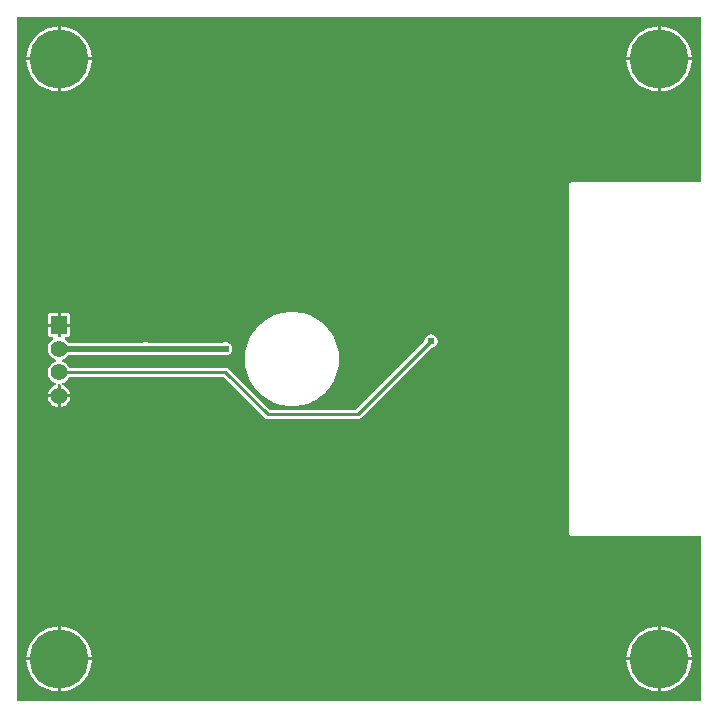
<source format=gbl>
G04 Layer: BottomLayer*
G04 EasyEDA v6.5.34, 2023-09-07 21:51:12*
G04 4e1002d8ee0c4305b874fa033b0cf6ff,5a6b42c53f6a479593ecc07194224c93,10*
G04 Gerber Generator version 0.2*
G04 Scale: 100 percent, Rotated: No, Reflected: No *
G04 Dimensions in millimeters *
G04 leading zeros omitted , absolute positions ,4 integer and 5 decimal *
%FSLAX45Y45*%
%MOMM*%

%AMMACRO1*21,1,$1,$2,0,0,$3*%
%ADD10C,0.5000*%
%ADD11C,0.2540*%
%ADD12C,1.4000*%
%ADD13MACRO1,1.524X1.4X-90.0000*%
%ADD14C,5.0000*%
%ADD15C,0.6096*%
%ADD16C,0.0141*%

%LPD*%
G36*
X5805932Y25908D02*
G01*
X36068Y26416D01*
X32156Y27178D01*
X28905Y29362D01*
X26670Y32664D01*
X25908Y36576D01*
X25908Y5805932D01*
X26670Y5809843D01*
X28905Y5813094D01*
X32156Y5815330D01*
X36068Y5816092D01*
X5805932Y5816092D01*
X5809843Y5815330D01*
X5813094Y5813094D01*
X5815330Y5809843D01*
X5816092Y5805932D01*
X5816092Y4430268D01*
X5815330Y4426356D01*
X5813094Y4423054D01*
X5809792Y4420870D01*
X5805932Y4420108D01*
X4725009Y4420108D01*
X4718507Y4419295D01*
X4712970Y4417212D01*
X4707839Y4413656D01*
X4704791Y4410608D01*
X4702149Y4407052D01*
X4699660Y4401515D01*
X4698492Y4394047D01*
X4698492Y1448409D01*
X4699254Y1441907D01*
X4701387Y1436370D01*
X4704892Y1431239D01*
X4707940Y1428191D01*
X4711547Y1425549D01*
X4717084Y1423060D01*
X4724552Y1421892D01*
X5805932Y1421892D01*
X5809792Y1421130D01*
X5813094Y1418894D01*
X5815330Y1415592D01*
X5816092Y1411732D01*
X5816092Y36068D01*
X5815330Y32207D01*
X5813094Y28905D01*
X5809843Y26670D01*
G37*

%LPC*%
G36*
X105410Y5473700D02*
G01*
X368300Y5473700D01*
X368300Y5736386D01*
X352145Y5735370D01*
X329285Y5732018D01*
X306781Y5726734D01*
X284835Y5719572D01*
X263499Y5710631D01*
X243027Y5699912D01*
X223520Y5687568D01*
X205130Y5673598D01*
X187960Y5658104D01*
X172161Y5641289D01*
X157784Y5623153D01*
X144983Y5603900D01*
X133858Y5583682D01*
X124460Y5562549D01*
X116890Y5540756D01*
X111150Y5518353D01*
X107289Y5495594D01*
G37*
G36*
X393700Y105562D02*
G01*
X398322Y105664D01*
X421284Y108051D01*
X443992Y112369D01*
X466242Y118618D01*
X487934Y126644D01*
X508812Y136499D01*
X528828Y148031D01*
X547827Y161239D01*
X565607Y175971D01*
X582117Y192125D01*
X597204Y209600D01*
X610819Y228295D01*
X622757Y248107D01*
X633018Y268782D01*
X641553Y290271D01*
X648208Y312369D01*
X653034Y334975D01*
X655929Y357936D01*
X656336Y368300D01*
X393700Y368300D01*
G37*
G36*
X5448300Y105613D02*
G01*
X5448300Y368300D01*
X5185410Y368300D01*
X5187289Y346405D01*
X5191150Y323646D01*
X5196890Y301244D01*
X5204460Y279450D01*
X5213858Y258317D01*
X5224983Y238099D01*
X5237784Y218846D01*
X5252161Y200710D01*
X5267960Y183896D01*
X5285130Y168402D01*
X5303520Y154432D01*
X5323027Y142087D01*
X5343499Y131368D01*
X5364835Y122428D01*
X5386781Y115265D01*
X5409285Y109982D01*
X5432145Y106629D01*
G37*
G36*
X368300Y105613D02*
G01*
X368300Y368300D01*
X105410Y368300D01*
X107289Y346405D01*
X111150Y323646D01*
X116890Y301244D01*
X124460Y279450D01*
X133858Y258317D01*
X144983Y238099D01*
X157784Y218846D01*
X172161Y200710D01*
X187960Y183896D01*
X205130Y168402D01*
X223520Y154432D01*
X243027Y142087D01*
X263499Y131368D01*
X284835Y122428D01*
X306781Y115265D01*
X329285Y109982D01*
X352145Y106629D01*
G37*
G36*
X5473700Y393700D02*
G01*
X5736336Y393700D01*
X5735929Y404063D01*
X5733034Y427024D01*
X5728208Y449630D01*
X5721553Y471728D01*
X5713018Y493217D01*
X5702757Y513892D01*
X5690819Y533704D01*
X5677204Y552348D01*
X5662117Y569874D01*
X5645607Y586028D01*
X5627827Y600760D01*
X5608828Y613968D01*
X5588812Y625500D01*
X5567934Y635355D01*
X5546242Y643382D01*
X5523992Y649630D01*
X5501284Y653948D01*
X5478322Y656336D01*
X5473700Y656437D01*
G37*
G36*
X393700Y393700D02*
G01*
X656336Y393700D01*
X655929Y404063D01*
X653034Y427024D01*
X648208Y449630D01*
X641553Y471728D01*
X633018Y493217D01*
X622757Y513892D01*
X610819Y533704D01*
X597204Y552348D01*
X582117Y569874D01*
X565607Y586028D01*
X547827Y600760D01*
X528828Y613968D01*
X508812Y625500D01*
X487934Y635355D01*
X466242Y643382D01*
X443992Y649630D01*
X421284Y653948D01*
X398322Y656336D01*
X393700Y656437D01*
G37*
G36*
X5185410Y393700D02*
G01*
X5448300Y393700D01*
X5448300Y656386D01*
X5432145Y655370D01*
X5409285Y652018D01*
X5386781Y646734D01*
X5364835Y639572D01*
X5343499Y630631D01*
X5323027Y619912D01*
X5303520Y607568D01*
X5285130Y593598D01*
X5267960Y578104D01*
X5252161Y561289D01*
X5237784Y543153D01*
X5224983Y523900D01*
X5213858Y503682D01*
X5204460Y482549D01*
X5196890Y460756D01*
X5191150Y438353D01*
X5187289Y415594D01*
G37*
G36*
X105410Y393700D02*
G01*
X368300Y393700D01*
X368300Y656386D01*
X352145Y655370D01*
X329285Y652018D01*
X306781Y646734D01*
X284835Y639572D01*
X263499Y630631D01*
X243027Y619912D01*
X223520Y607568D01*
X205130Y593598D01*
X187960Y578104D01*
X172161Y561289D01*
X157784Y543153D01*
X144983Y523900D01*
X133858Y503682D01*
X124460Y482549D01*
X116890Y460756D01*
X111150Y438353D01*
X107289Y415594D01*
G37*
G36*
X2146808Y2412492D02*
G01*
X2907792Y2412492D01*
X2915818Y2413254D01*
X2923032Y2415489D01*
X2929737Y2419045D01*
X2935935Y2424125D01*
X3526078Y3014268D01*
X3528974Y3016300D01*
X3532378Y3017215D01*
X3540353Y3017926D01*
X3549853Y3020466D01*
X3558743Y3024581D01*
X3566820Y3030220D01*
X3573779Y3037179D01*
X3579368Y3045206D01*
X3583533Y3054146D01*
X3586073Y3063595D01*
X3586937Y3073400D01*
X3586073Y3083204D01*
X3583533Y3092653D01*
X3579368Y3101594D01*
X3573779Y3109620D01*
X3566820Y3116580D01*
X3558743Y3122218D01*
X3549853Y3126333D01*
X3540353Y3128873D01*
X3530600Y3129737D01*
X3520795Y3128873D01*
X3511296Y3126333D01*
X3502406Y3122218D01*
X3494379Y3116580D01*
X3487420Y3109620D01*
X3481781Y3101594D01*
X3477666Y3092653D01*
X3475075Y3083204D01*
X3474415Y3075178D01*
X3473500Y3071774D01*
X3471468Y3068878D01*
X2895295Y2492654D01*
X2891993Y2490470D01*
X2888081Y2489708D01*
X2166518Y2489708D01*
X2162606Y2490470D01*
X2159304Y2492654D01*
X1816760Y2835249D01*
X1810512Y2840380D01*
X1803857Y2843936D01*
X1796592Y2846120D01*
X1788617Y2846882D01*
X475183Y2846882D01*
X471779Y2847492D01*
X468782Y2849168D01*
X466496Y2851810D01*
X459333Y2863596D01*
X451053Y2873756D01*
X441502Y2882696D01*
X430834Y2890215D01*
X419201Y2896260D01*
X412242Y2898698D01*
X408686Y2900883D01*
X406298Y2904236D01*
X405485Y2908300D01*
X406298Y2912364D01*
X408686Y2915716D01*
X412242Y2917850D01*
X419201Y2920339D01*
X430834Y2926384D01*
X441502Y2933903D01*
X451053Y2942844D01*
X459841Y2953613D01*
X463346Y2956407D01*
X467715Y2957372D01*
X1086866Y2957372D01*
X1091133Y2956458D01*
X1093470Y2955340D01*
X1102969Y2952800D01*
X1112774Y2951937D01*
X1122527Y2952800D01*
X1132027Y2955340D01*
X1134364Y2956458D01*
X1138682Y2957372D01*
X1764792Y2957372D01*
X1769110Y2956458D01*
X1771446Y2955340D01*
X1780895Y2952800D01*
X1790700Y2951937D01*
X1800504Y2952800D01*
X1809953Y2955340D01*
X1818893Y2959506D01*
X1826920Y2965145D01*
X1833880Y2972054D01*
X1839518Y2980131D01*
X1843633Y2989021D01*
X1846173Y2998520D01*
X1847037Y3008274D01*
X1846173Y3018078D01*
X1843633Y3027578D01*
X1839518Y3036468D01*
X1833880Y3044494D01*
X1826920Y3051454D01*
X1818893Y3057093D01*
X1809953Y3061258D01*
X1800504Y3063798D01*
X1790700Y3064662D01*
X1780895Y3063798D01*
X1771446Y3061258D01*
X1769110Y3060141D01*
X1764792Y3059226D01*
X1138682Y3059226D01*
X1134364Y3060141D01*
X1132027Y3061258D01*
X1122527Y3063798D01*
X1112774Y3064662D01*
X1102969Y3063798D01*
X1093470Y3061258D01*
X1091133Y3060141D01*
X1086866Y3059226D01*
X467715Y3059226D01*
X463346Y3060192D01*
X459841Y3062935D01*
X451053Y3073755D01*
X441502Y3082696D01*
X434340Y3087725D01*
X431495Y3090824D01*
X430123Y3094888D01*
X430530Y3099104D01*
X432612Y3102813D01*
X436067Y3105302D01*
X440232Y3106166D01*
X450443Y3106166D01*
X456742Y3106877D01*
X462229Y3108807D01*
X467106Y3111906D01*
X471220Y3115970D01*
X474268Y3120898D01*
X476199Y3126333D01*
X476910Y3132683D01*
X476910Y3195574D01*
X393700Y3195574D01*
X393700Y3114192D01*
X392938Y3110280D01*
X390702Y3107029D01*
X387451Y3104794D01*
X383540Y3104032D01*
X378460Y3104032D01*
X374548Y3104794D01*
X371297Y3107029D01*
X369062Y3110280D01*
X368300Y3114192D01*
X368300Y3195574D01*
X285089Y3195574D01*
X285089Y3132683D01*
X285800Y3126333D01*
X287731Y3120898D01*
X290779Y3115970D01*
X294894Y3111906D01*
X299770Y3108807D01*
X305257Y3106877D01*
X311556Y3106166D01*
X321767Y3106166D01*
X325932Y3105302D01*
X329387Y3102813D01*
X331470Y3099104D01*
X331876Y3094888D01*
X330504Y3090824D01*
X327660Y3087725D01*
X320497Y3082696D01*
X310946Y3073755D01*
X302666Y3063595D01*
X295859Y3052419D01*
X290677Y3040380D01*
X287121Y3027781D01*
X285343Y3014827D01*
X285343Y3001772D01*
X287121Y2988767D01*
X290677Y2976168D01*
X295859Y2964180D01*
X302666Y2953004D01*
X310946Y2942844D01*
X320497Y2933903D01*
X331165Y2926384D01*
X342798Y2920339D01*
X349758Y2917850D01*
X353314Y2915716D01*
X355701Y2912364D01*
X356514Y2908300D01*
X355701Y2904236D01*
X353314Y2900883D01*
X349758Y2898698D01*
X342798Y2896260D01*
X331165Y2890215D01*
X320497Y2882696D01*
X310946Y2873756D01*
X302666Y2863596D01*
X295859Y2852420D01*
X290677Y2840380D01*
X287121Y2827782D01*
X285343Y2814828D01*
X285343Y2801772D01*
X287121Y2788767D01*
X290677Y2776169D01*
X295859Y2764180D01*
X302666Y2753004D01*
X310946Y2742844D01*
X320497Y2733903D01*
X331165Y2726385D01*
X342798Y2720340D01*
X349758Y2717850D01*
X353314Y2715717D01*
X355701Y2712364D01*
X356514Y2708300D01*
X355701Y2704236D01*
X353314Y2700883D01*
X349758Y2698699D01*
X342798Y2696260D01*
X331165Y2690215D01*
X320497Y2682697D01*
X310946Y2673756D01*
X302666Y2663596D01*
X295859Y2652420D01*
X290677Y2640380D01*
X287121Y2627782D01*
X286207Y2620975D01*
X368300Y2620975D01*
X368300Y2702407D01*
X369062Y2706268D01*
X371297Y2709570D01*
X374548Y2711805D01*
X378460Y2712567D01*
X383540Y2712567D01*
X387451Y2711805D01*
X390702Y2709570D01*
X392938Y2706268D01*
X393700Y2702407D01*
X393700Y2620975D01*
X475792Y2620975D01*
X474878Y2627782D01*
X471373Y2640380D01*
X466140Y2652420D01*
X459333Y2663596D01*
X451053Y2673756D01*
X441502Y2682697D01*
X430834Y2690215D01*
X419201Y2696260D01*
X412242Y2698699D01*
X408686Y2700883D01*
X406298Y2704236D01*
X405485Y2708300D01*
X406298Y2712364D01*
X408686Y2715717D01*
X412242Y2717850D01*
X419201Y2720340D01*
X430834Y2726385D01*
X441502Y2733903D01*
X451053Y2742844D01*
X459333Y2753004D01*
X466496Y2764790D01*
X468782Y2767431D01*
X471779Y2769108D01*
X475183Y2769666D01*
X1768906Y2769666D01*
X1772767Y2768904D01*
X1776069Y2766720D01*
X2118664Y2424125D01*
X2124862Y2419045D01*
X2131517Y2415489D01*
X2138781Y2413254D01*
G37*
G36*
X5185410Y5473700D02*
G01*
X5448300Y5473700D01*
X5448300Y5736386D01*
X5432145Y5735370D01*
X5409285Y5732018D01*
X5386781Y5726734D01*
X5364835Y5719572D01*
X5343499Y5710631D01*
X5323027Y5699912D01*
X5303520Y5687568D01*
X5285130Y5673598D01*
X5267960Y5658104D01*
X5252161Y5641289D01*
X5237784Y5623153D01*
X5224983Y5603900D01*
X5213858Y5583682D01*
X5204460Y5562549D01*
X5196890Y5540756D01*
X5191150Y5518353D01*
X5187289Y5495594D01*
G37*
G36*
X393700Y2513279D02*
G01*
X406857Y2515971D01*
X419201Y2520340D01*
X430834Y2526385D01*
X441502Y2533904D01*
X451053Y2542844D01*
X459333Y2553004D01*
X466140Y2564180D01*
X471373Y2576169D01*
X474878Y2588768D01*
X475792Y2595575D01*
X393700Y2595575D01*
G37*
G36*
X368300Y2513279D02*
G01*
X368300Y2595575D01*
X286207Y2595575D01*
X287121Y2588768D01*
X290677Y2576169D01*
X295859Y2564180D01*
X302666Y2553004D01*
X310946Y2542844D01*
X320497Y2533904D01*
X331165Y2526385D01*
X342798Y2520340D01*
X355142Y2515971D01*
G37*
G36*
X2340000Y2522626D02*
G01*
X2367788Y2522626D01*
X2395575Y2524556D01*
X2423109Y2528468D01*
X2450338Y2534208D01*
X2477058Y2541879D01*
X2503220Y2551430D01*
X2528620Y2562758D01*
X2553208Y2575814D01*
X2576779Y2590546D01*
X2599283Y2606903D01*
X2620619Y2624785D01*
X2640634Y2644089D01*
X2659227Y2664764D01*
X2676347Y2686710D01*
X2691942Y2709773D01*
X2705862Y2733852D01*
X2718054Y2758846D01*
X2728468Y2784652D01*
X2737053Y2811119D01*
X2743809Y2838145D01*
X2748635Y2865526D01*
X2751531Y2893212D01*
X2752496Y2921000D01*
X2751531Y2948787D01*
X2748635Y2976473D01*
X2743809Y3003854D01*
X2737053Y3030880D01*
X2728468Y3057347D01*
X2718054Y3083102D01*
X2705862Y3108147D01*
X2691942Y3132226D01*
X2676347Y3155289D01*
X2659227Y3177235D01*
X2640634Y3197910D01*
X2620619Y3217214D01*
X2599283Y3235096D01*
X2576779Y3251453D01*
X2553208Y3266186D01*
X2528620Y3279241D01*
X2503220Y3290570D01*
X2477058Y3300069D01*
X2450338Y3307740D01*
X2423109Y3313531D01*
X2395575Y3317392D01*
X2367788Y3319373D01*
X2340000Y3319373D01*
X2312212Y3317392D01*
X2284679Y3313531D01*
X2257450Y3307740D01*
X2230729Y3300069D01*
X2204567Y3290570D01*
X2179167Y3279241D01*
X2154580Y3266186D01*
X2131009Y3251453D01*
X2108504Y3235096D01*
X2087168Y3217214D01*
X2067153Y3197910D01*
X2048560Y3177235D01*
X2031441Y3155289D01*
X2015845Y3132226D01*
X2001926Y3108147D01*
X1989734Y3083102D01*
X1979320Y3057347D01*
X1970735Y3030880D01*
X1963978Y3003854D01*
X1959152Y2976473D01*
X1956257Y2948787D01*
X1955292Y2921000D01*
X1956257Y2893212D01*
X1959152Y2865526D01*
X1963978Y2838145D01*
X1970735Y2811119D01*
X1979320Y2784652D01*
X1989734Y2758846D01*
X2001926Y2733852D01*
X2015845Y2709773D01*
X2031441Y2686710D01*
X2048560Y2664764D01*
X2067153Y2644089D01*
X2087168Y2624785D01*
X2108504Y2606903D01*
X2131009Y2590546D01*
X2154580Y2575814D01*
X2179167Y2562758D01*
X2204567Y2551430D01*
X2230729Y2541879D01*
X2257450Y2534208D01*
X2284679Y2528468D01*
X2312212Y2524556D01*
G37*
G36*
X393700Y5473700D02*
G01*
X656336Y5473700D01*
X655929Y5484063D01*
X653034Y5507024D01*
X648208Y5529630D01*
X641553Y5551728D01*
X633018Y5573217D01*
X622757Y5593892D01*
X610819Y5613704D01*
X597204Y5632348D01*
X582117Y5649874D01*
X565607Y5666028D01*
X547827Y5680760D01*
X528828Y5693968D01*
X508812Y5705500D01*
X487934Y5715355D01*
X466242Y5723382D01*
X443992Y5729630D01*
X421284Y5733948D01*
X398322Y5736336D01*
X393700Y5736437D01*
G37*
G36*
X5473700Y105562D02*
G01*
X5478322Y105664D01*
X5501284Y108051D01*
X5523992Y112369D01*
X5546242Y118618D01*
X5567934Y126644D01*
X5588812Y136499D01*
X5608828Y148031D01*
X5627827Y161239D01*
X5645607Y175971D01*
X5662117Y192125D01*
X5677204Y209600D01*
X5690819Y228295D01*
X5702757Y248107D01*
X5713018Y268782D01*
X5721553Y290271D01*
X5728208Y312369D01*
X5733034Y334975D01*
X5735929Y357936D01*
X5736336Y368300D01*
X5473700Y368300D01*
G37*
G36*
X5473700Y5473700D02*
G01*
X5736336Y5473700D01*
X5735929Y5484063D01*
X5733034Y5507024D01*
X5728208Y5529630D01*
X5721553Y5551728D01*
X5713018Y5573217D01*
X5702757Y5593892D01*
X5690819Y5613704D01*
X5677204Y5632348D01*
X5662117Y5649874D01*
X5645607Y5666028D01*
X5627827Y5680760D01*
X5608828Y5693968D01*
X5588812Y5705500D01*
X5567934Y5715355D01*
X5546242Y5723382D01*
X5523992Y5729630D01*
X5501284Y5733948D01*
X5478322Y5736336D01*
X5473700Y5736437D01*
G37*
G36*
X368300Y5185613D02*
G01*
X368300Y5448300D01*
X105410Y5448300D01*
X107289Y5426405D01*
X111150Y5403646D01*
X116890Y5381244D01*
X124460Y5359450D01*
X133858Y5338318D01*
X144983Y5318099D01*
X157784Y5298846D01*
X172161Y5280710D01*
X187960Y5263896D01*
X205130Y5248402D01*
X223520Y5234432D01*
X243027Y5222087D01*
X263499Y5211368D01*
X284835Y5202428D01*
X306781Y5195265D01*
X329285Y5189982D01*
X352145Y5186629D01*
G37*
G36*
X5448300Y5185613D02*
G01*
X5448300Y5448300D01*
X5185410Y5448300D01*
X5187289Y5426405D01*
X5191150Y5403646D01*
X5196890Y5381244D01*
X5204460Y5359450D01*
X5213858Y5338318D01*
X5224983Y5318099D01*
X5237784Y5298846D01*
X5252161Y5280710D01*
X5267960Y5263896D01*
X5285130Y5248402D01*
X5303520Y5234432D01*
X5323027Y5222087D01*
X5343499Y5211368D01*
X5364835Y5202428D01*
X5386781Y5195265D01*
X5409285Y5189982D01*
X5432145Y5186629D01*
G37*
G36*
X393700Y5185562D02*
G01*
X398322Y5185664D01*
X421284Y5188051D01*
X443992Y5192369D01*
X466242Y5198618D01*
X487934Y5206644D01*
X508812Y5216499D01*
X528828Y5228031D01*
X547827Y5241239D01*
X565607Y5255971D01*
X582117Y5272125D01*
X597204Y5289600D01*
X610819Y5308295D01*
X622757Y5328107D01*
X633018Y5348782D01*
X641553Y5370271D01*
X648208Y5392369D01*
X653034Y5414975D01*
X655929Y5437936D01*
X656336Y5448300D01*
X393700Y5448300D01*
G37*
G36*
X5473700Y5185562D02*
G01*
X5478322Y5185664D01*
X5501284Y5188051D01*
X5523992Y5192369D01*
X5546242Y5198618D01*
X5567934Y5206644D01*
X5588812Y5216499D01*
X5608828Y5228031D01*
X5627827Y5241239D01*
X5645607Y5255971D01*
X5662117Y5272125D01*
X5677204Y5289600D01*
X5690819Y5308295D01*
X5702757Y5328107D01*
X5713018Y5348782D01*
X5721553Y5370271D01*
X5728208Y5392369D01*
X5733034Y5414975D01*
X5735929Y5437936D01*
X5736336Y5448300D01*
X5473700Y5448300D01*
G37*
G36*
X393700Y3220974D02*
G01*
X476910Y3220974D01*
X476910Y3283915D01*
X476199Y3290265D01*
X474268Y3295700D01*
X471220Y3300628D01*
X467106Y3304692D01*
X462229Y3307791D01*
X456742Y3309670D01*
X450443Y3310382D01*
X393700Y3310382D01*
G37*
G36*
X285089Y3220974D02*
G01*
X368300Y3220974D01*
X368300Y3310382D01*
X311556Y3310382D01*
X305257Y3309670D01*
X299770Y3307791D01*
X294894Y3304692D01*
X290779Y3300628D01*
X287731Y3295700D01*
X285800Y3290265D01*
X285089Y3283915D01*
G37*

%LPD*%
D10*
X1112753Y3008294D02*
G01*
X1790697Y3008294D01*
X381000Y3008294D02*
G01*
X1112753Y3008294D01*
D11*
X381000Y2808295D02*
G01*
X1789094Y2808295D01*
X2146294Y2451094D01*
X2908292Y2451094D01*
X3530592Y3073394D01*
D12*
G01*
X381000Y2608300D03*
G01*
X381000Y2808300D03*
G01*
X381000Y3008299D03*
D13*
G01*
X381000Y3208294D03*
D14*
G01*
X381000Y5461000D03*
G01*
X5461000Y5461000D03*
G01*
X5461000Y381000D03*
G01*
X381000Y381000D03*
D15*
G01*
X3530600Y3073400D03*
G01*
X2133600Y3746500D03*
G01*
X1524000Y2705100D03*
G01*
X2578100Y2082800D03*
G01*
X3187700Y3136900D03*
G01*
X1790700Y3008299D03*
G01*
X1112748Y3008299D03*
M02*

</source>
